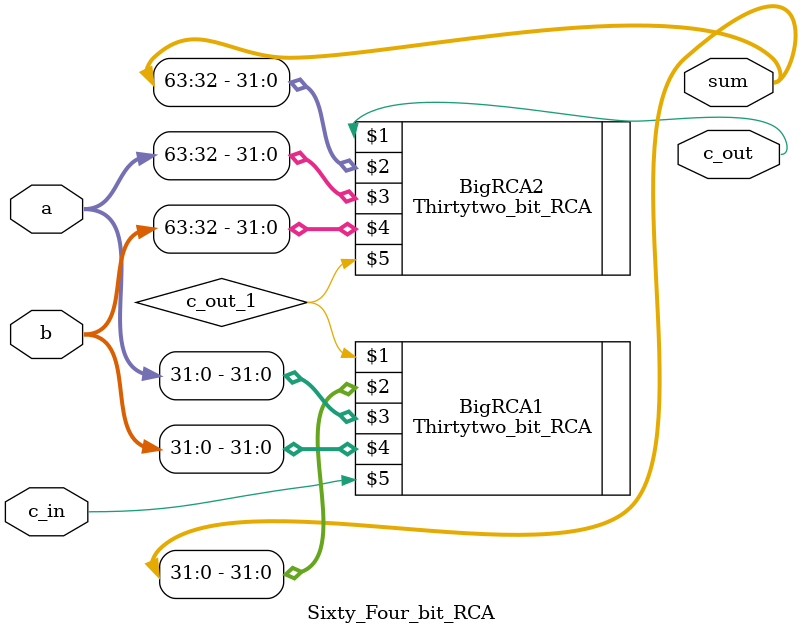
<source format=v>
`timescale 1ns / 1ps


module Sixty_Four_bit_RCA(c_out, sum, a, b, c_in);
    
    input [63:0] a;
    input [63:0] b;
    input c_in;
    output [63:0] sum;
    output c_out;
    
    wire c_out_1;
    
    Thirtytwo_bit_RCA      BigRCA1     (c_out_1, sum[31:0], a[31:0], b[31:0], c_in);
    Thirtytwo_bit_RCA      BigRCA2     (c_out, sum[63:32], a[63:32], b[63:32], c_out_1);
    
endmodule

</source>
